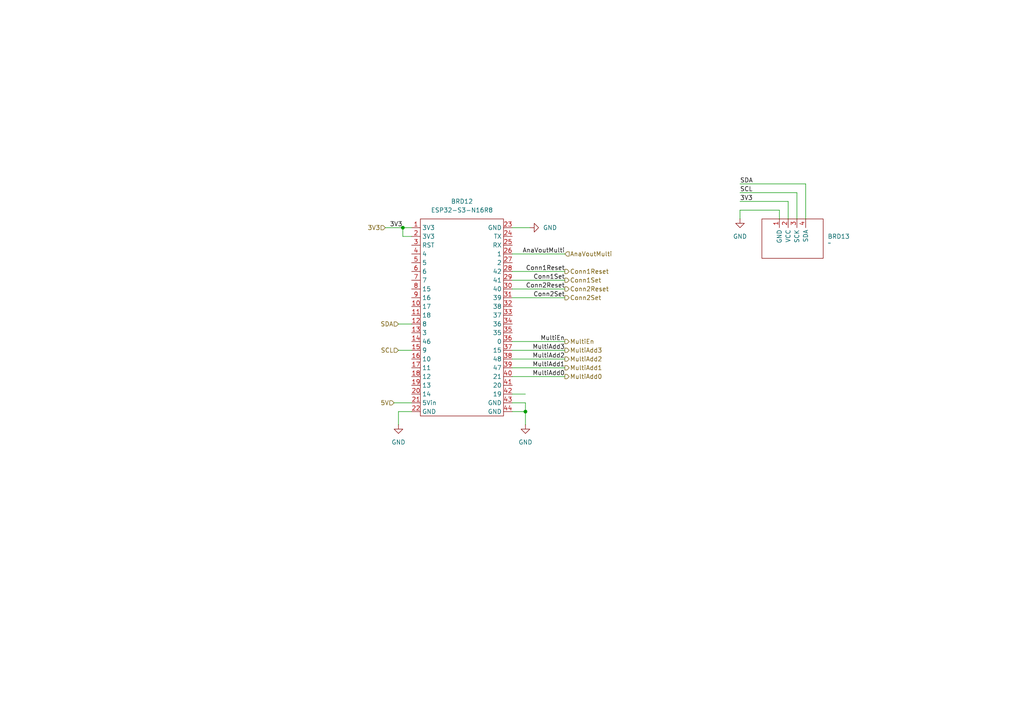
<source format=kicad_sch>
(kicad_sch (version 20250114) (generator "eeschema") (generator_version "9.0")
  (paper "A4")
  (lib_symbols
    (symbol "KUEnergy_Symbols:GME12864-78"
      (property "Reference" "BRD" (at 0 -2.032 0))
      (symbol "GME12864-78_0_1"
        (rectangle (start -8.89 6.35) (end 8.89 -5.08))
      )
      (symbol "GME12864-78_1_1"
        (pin power_in line (at -3.81 6.35 270) (length 2.54) (name "GND") (number "1"))
        (pin power_in line (at -1.27 6.35 270) (length 2.54) (name "VCC") (number "2"))
        (pin output line (at 1.27 6.35 270) (length 2.54) (name "SCK") (number "3"))
        (pin output line (at 3.81 6.35 270) (length 2.54) (name "SDA") (number "4"))
      )
    )
    (symbol "power:GND" (power) (pin_numbers (hide yes)) (pin_names (offset 0) (hide yes))
      (property "Value" "GND" (at 0 -3.81 0))
      (symbol "GND_0_1"
        (polyline (pts (xy 0 0) (xy 0 -1.27) (xy 1.27 -1.27) (xy 0 -2.54) (xy -1.27 -1.27) (xy 0 -1.27)))
      )
      (symbol "GND_1_1"
        (pin power_in line (at 0 0 270) (length 0) (name "~") (number "1"))
      )
    )
    (symbol "stimatofali:ESP32"
      (property "Reference" "BRD" (at 0 0 0))
      (property "Value" "ESP32-S3-N16R8" (at 0.254 -16.51 90))
      (symbol "ESP32_0_1"
        (rectangle (start -12.7 12.7) (end 11.43 -44.45))
      )
      (symbol "ESP32_1_1"
        (pin power_in line (at -15.24 10.16 0) (length 2.54) (name "3V3") (number "1"))
        (pin power_in line (at -15.24 7.62 0) (length 2.54) (name "3V3") (number "2"))
        (pin input line (at -15.24 5.08 0) (length 2.54) (name "RST") (number "3"))
        (pin unspecified line (at -15.24 2.54 0) (length 2.54) (name "4") (number "4"))
        (pin unspecified line (at -15.24 0 0) (length 2.54) (name "5") (number "5"))
        (pin unspecified line (at -15.24 -2.54 0) (length 2.54) (name "6") (number "6"))
        (pin unspecified line (at -15.24 -5.08 0) (length 2.54) (name "7") (number "7"))
        (pin unspecified line (at -15.24 -7.62 0) (length 2.54) (name "15") (number "8"))
        (pin unspecified line (at -15.24 -10.16 0) (length 2.54) (name "16") (number "9"))
        (pin unspecified line (at -15.24 -12.7 0) (length 2.54) (name "17") (number "10"))
        (pin unspecified line (at -15.24 -15.24 0) (length 2.54) (name "18") (number "11"))
        (pin unspecified line (at -15.24 -17.78 0) (length 2.54) (name "8") (number "12"))
        (pin unspecified line (at -15.24 -20.32 0) (length 2.54) (name "3") (number "13"))
        (pin unspecified line (at -15.24 -22.86 0) (length 2.54) (name "46") (number "14"))
        (pin unspecified line (at -15.24 -25.4 0) (length 2.54) (name "9") (number "15"))
        (pin unspecified line (at -15.24 -27.94 0) (length 2.54) (name "10") (number "16"))
        (pin unspecified line (at -15.24 -30.48 0) (length 2.54) (name "11") (number "17"))
        (pin unspecified line (at -15.24 -33.02 0) (length 2.54) (name "12") (number "18"))
        (pin unspecified line (at -15.24 -35.56 0) (length 2.54) (name "13") (number "19"))
        (pin unspecified line (at -15.24 -38.1 0) (length 2.54) (name "14") (number "20"))
        (pin power_in line (at -15.24 -40.64 0) (length 2.54) (name "5Vin") (number "21"))
        (pin power_in line (at -15.24 -43.18 0) (length 2.54) (name "GND") (number "22"))
        (pin power_in line (at 13.97 10.16 180) (length 2.54) (name "GND") (number "23"))
        (pin output line (at 13.97 7.62 180) (length 2.54) (name "TX") (number "24"))
        (pin input line (at 13.97 5.08 180) (length 2.54) (name "RX") (number "25"))
        (pin unspecified line (at 13.97 2.54 180) (length 2.54) (name "1") (number "26"))
        (pin unspecified line (at 13.97 0 180) (length 2.54) (name "2") (number "27"))
        (pin unspecified line (at 13.97 -2.54 180) (length 2.54) (name "42") (number "28"))
        (pin unspecified line (at 13.97 -5.08 180) (length 2.54) (name "41") (number "29"))
        (pin unspecified line (at 13.97 -7.62 180) (length 2.54) (name "40") (number "30"))
        (pin unspecified line (at 13.97 -10.16 180) (length 2.54) (name "39") (number "31"))
        (pin unspecified line (at 13.97 -12.7 180) (length 2.54) (name "38") (number "32"))
        (pin unspecified line (at 13.97 -15.24 180) (length 2.54) (name "37") (number "33"))
        (pin unspecified line (at 13.97 -17.78 180) (length 2.54) (name "36") (number "34"))
        (pin unspecified line (at 13.97 -20.32 180) (length 2.54) (name "35") (number "35"))
        (pin unspecified line (at 13.97 -22.86 180) (length 2.54) (name "0") (number "36"))
        (pin unspecified line (at 13.97 -25.4 180) (length 2.54) (name "15") (number "37"))
        (pin unspecified line (at 13.97 -27.94 180) (length 2.54) (name "48") (number "38"))
        (pin unspecified line (at 13.97 -30.48 180) (length 2.54) (name "47") (number "39"))
        (pin unspecified line (at 13.97 -33.02 180) (length 2.54) (name "21") (number "40"))
        (pin unspecified line (at 13.97 -35.56 180) (length 2.54) (name "20") (number "41"))
        (pin unspecified line (at 13.97 -38.1 180) (length 2.54) (name "19") (number "42"))
        (pin power_in line (at 13.97 -40.64 180) (length 2.54) (name "GND") (number "43"))
        (pin power_in line (at 13.97 -43.18 180) (length 2.54) (name "GND") (number "44"))
      )
    )
  )
  (junction (at 152.4 119.38))
  (junction (at 116.84 66.04))
  (wire (pts (xy 148.59 104.14) (xy 163.83 104.14)))
  (wire (pts (xy 114.3 116.84) (xy 119.38 116.84)))
  (wire (pts (xy 148.59 83.82) (xy 163.83 83.82)))
  (wire (pts (xy 163.83 78.74) (xy 148.59 78.74)))
  (wire (pts (xy 226.06 63.5) (xy 226.06 60.96)))
  (wire (pts (xy 116.84 66.04) (xy 116.84 68.58)))
  (wire (pts (xy 214.63 58.42) (xy 228.6 58.42)))
  (wire (pts (xy 148.59 106.68) (xy 163.83 106.68)))
  (wire (pts (xy 115.57 101.6) (xy 119.38 101.6)))
  (wire (pts (xy 111.76 66.04) (xy 116.84 66.04)))
  (wire (pts (xy 148.59 99.06) (xy 163.83 99.06)))
  (wire (pts (xy 228.6 58.42) (xy 228.6 63.5)))
  (wire (pts (xy 148.59 73.66) (xy 163.83 73.66)))
  (wire (pts (xy 214.63 60.96) (xy 214.63 63.5)))
  (wire (pts (xy 152.4 116.84) (xy 152.4 119.38)))
  (wire (pts (xy 115.57 119.38) (xy 115.57 123.19)))
  (wire (pts (xy 148.59 101.6) (xy 163.83 101.6)))
  (wire (pts (xy 226.06 60.96) (xy 214.63 60.96)))
  (wire (pts (xy 148.59 109.22) (xy 163.83 109.22)))
  (wire (pts (xy 116.84 68.58) (xy 119.38 68.58)))
  (wire (pts (xy 233.68 53.34) (xy 233.68 63.5)))
  (wire (pts (xy 148.59 66.04) (xy 153.67 66.04)))
  (wire (pts (xy 116.84 66.04) (xy 119.38 66.04)))
  (wire (pts (xy 148.59 81.28) (xy 163.83 81.28)))
  (wire (pts (xy 148.59 114.3) (xy 152.4 114.3)))
  (wire (pts (xy 119.38 119.38) (xy 115.57 119.38)))
  (wire (pts (xy 152.4 119.38) (xy 152.4 123.19)))
  (wire (pts (xy 148.59 116.84) (xy 152.4 116.84)))
  (wire (pts (xy 115.57 93.98) (xy 119.38 93.98)))
  (wire (pts (xy 148.59 119.38) (xy 152.4 119.38)))
  (wire (pts (xy 231.14 55.88) (xy 231.14 63.5)))
  (wire (pts (xy 214.63 55.88) (xy 231.14 55.88)))
  (wire (pts (xy 148.59 86.36) (xy 163.83 86.36)))
  (wire (pts (xy 214.63 53.34) (xy 233.68 53.34)))
  (label "3V3" (at 214.63 58.42 0))
  (label "Conn2Set" (at 163.83 86.36 180))
  (label "SCL" (at 214.63 55.88 0))
  (label "MultiAdd1" (at 163.83 106.68 180))
  (label "Conn1Reset" (at 163.83 78.74 180))
  (label "MultiAdd2" (at 163.83 104.14 180))
  (label "SDA" (at 214.63 53.34 0))
  (label "AnaVoutMulti" (at 163.83 73.66 180))
  (label "MultiAdd0" (at 163.83 109.22 180))
  (label "MultiAdd3" (at 163.83 101.6 180))
  (label "MultiEn" (at 163.83 99.06 180))
  (label "Conn2Reset" (at 163.83 83.82 180))
  (label "Conn1Set" (at 163.83 81.28 180))
  (label "3V3" (at 113.03 66.04 0))
  (hierarchical_label "MultiAdd1" (shape output) (at 163.83 106.68 0))
  (hierarchical_label "MultiAdd0" (shape output) (at 163.83 109.22 0))
  (hierarchical_label "Conn1Reset" (shape output) (at 163.83 78.74 0))
  (hierarchical_label "SCL" (shape input) (at 115.57 101.6 180))
  (hierarchical_label "AnaVoutMulti" (shape input) (at 163.83 73.66 0))
  (hierarchical_label "Conn2Reset" (shape output) (at 163.83 83.82 0))
  (hierarchical_label "3V3" (shape input) (at 111.76 66.04 180))
  (hierarchical_label "MultiEn" (shape output) (at 163.83 99.06 0))
  (hierarchical_label "Conn2Set" (shape output) (at 163.83 86.36 0))
  (hierarchical_label "MultiAdd3" (shape output) (at 163.83 101.6 0))
  (hierarchical_label "MultiAdd2" (shape output) (at 163.83 104.14 0))
  (hierarchical_label "Conn1Set" (shape output) (at 163.83 81.28 0))
  (hierarchical_label "SDA" (shape input) (at 115.57 93.98 180))
  (hierarchical_label "5V" (shape input) (at 114.3 116.84 180))
  (symbol (lib_id "KUEnergy_Symbols:GME12864-78") (at 229.87 69.85 0) (unit 1)
    (property "Reference" "BRD13" (at 240.03 68.5799 0) (effects (justify left)))
    (property "Value" "~" (at 240.03 70.485 0) (effects (justify left)))
    (property "Footprint" "stimatofali:1.3OLED GME12864" (effects (hide yes)))
  )
  (symbol (lib_id "power:GND") (at 152.4 123.19 0) (unit 1)
    (property "Reference" "#PWR02" (effects (hide yes)))
    (property "Value" "GND" (at 152.4 128.27 0))
    (property "Description" "Power symbol creates a global label with name \"GND\" , ground" (effects (hide yes)))
  )
  (symbol (lib_id "power:GND") (at 115.57 123.19 0) (unit 1)
    (property "Reference" "#PWR04" (effects (hide yes)))
    (property "Value" "GND" (at 115.57 128.27 0))
    (property "Description" "Power symbol creates a global label with name \"GND\" , ground" (effects (hide yes)))
  )
  (symbol (lib_id "power:GND") (at 214.63 63.5 0) (unit 1)
    (property "Reference" "#PWR015" (effects (hide yes)))
    (property "Value" "GND" (at 214.63 68.58 0))
    (property "Description" "Power symbol creates a global label with name \"GND\" , ground" (effects (hide yes)))
  )
  (symbol (lib_id "stimatofali:ESP32") (at 134.62 76.2 0) (unit 1)
    (property "Reference" "BRD12" (at 133.985 58.42 0))
    (property "Value" "ESP32-S3-N16R8" (at 133.985 60.96 0))
    (property "Footprint" "stimatofali:ESP32-S3-N16R8" (effects (hide yes)))
  )
  (symbol (lib_id "power:GND") (at 153.67 66.04 90) (unit 1)
    (property "Reference" "#PWR06" (effects (hide yes)))
    (property "Value" "GND" (at 157.48 66.0399 90) (effects (justify right)))
    (property "Description" "Power symbol creates a global label with name \"GND\" , ground" (effects (hide yes)))
  )
)
</source>
